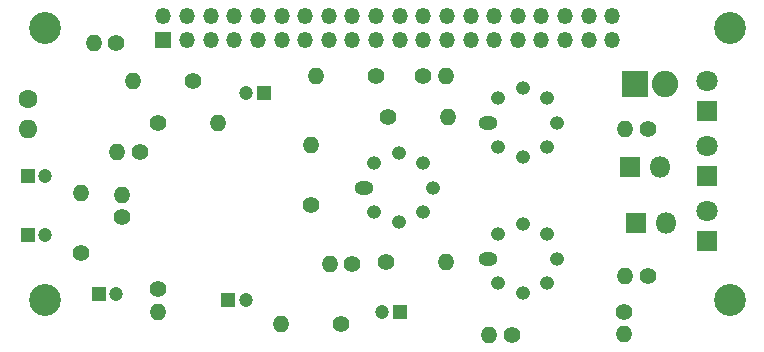
<source format=gbr>
%TF.GenerationSoftware,KiCad,Pcbnew,(5.1.10)-1*%
%TF.CreationDate,2021-06-16T23:55:04+02:00*%
%TF.ProjectId,_Final_EEE3088Project,5f46696e-616c-45f4-9545-453330383850,rev?*%
%TF.SameCoordinates,Original*%
%TF.FileFunction,Soldermask,Bot*%
%TF.FilePolarity,Negative*%
%FSLAX46Y46*%
G04 Gerber Fmt 4.6, Leading zero omitted, Abs format (unit mm)*
G04 Created by KiCad (PCBNEW (5.1.10)-1) date 2021-06-16 23:55:04*
%MOMM*%
%LPD*%
G01*
G04 APERTURE LIST*
%ADD10O,1.400000X1.400000*%
%ADD11C,1.400000*%
%ADD12C,1.200000*%
%ADD13R,1.200000X1.200000*%
%ADD14R,2.240000X2.240000*%
%ADD15O,2.240000X2.240000*%
%ADD16R,1.800000X1.800000*%
%ADD17O,1.800000X1.800000*%
%ADD18C,2.700000*%
%ADD19R,1.350000X1.350000*%
%ADD20O,1.350000X1.350000*%
%ADD21C,1.600000*%
%ADD22O,1.600000X1.600000*%
%ADD23C,1.800000*%
%ADD24O,1.600000X1.200000*%
%ADD25O,1.200000X1.200000*%
G04 APERTURE END LIST*
D10*
%TO.C,R5*%
X107720000Y-80200000D03*
D11*
X112800000Y-80200000D03*
%TD*%
%TO.C,R4*%
X109800000Y-83700000D03*
D10*
X114880000Y-83700000D03*
%TD*%
D12*
%TO.C,C1*%
X100300000Y-88200000D03*
D13*
X98800000Y-88200000D03*
%TD*%
%TO.C,C2*%
X115800000Y-98700000D03*
D12*
X117300000Y-98700000D03*
%TD*%
D13*
%TO.C,C3*%
X118800000Y-81200000D03*
D12*
X117300000Y-81200000D03*
%TD*%
%TO.C,C4*%
X100300000Y-93200000D03*
D13*
X98800000Y-93200000D03*
%TD*%
D12*
%TO.C,C5*%
X128800000Y-99700000D03*
D13*
X130300000Y-99700000D03*
%TD*%
%TO.C,C6*%
X104800000Y-98200000D03*
D12*
X106300000Y-98200000D03*
%TD*%
D14*
%TO.C,D1*%
X150260000Y-80450000D03*
D15*
X152800000Y-80450000D03*
%TD*%
D16*
%TO.C,D2*%
X149800000Y-87450000D03*
D17*
X152340000Y-87450000D03*
%TD*%
%TO.C,D3*%
X152840000Y-92200000D03*
D16*
X150300000Y-92200000D03*
%TD*%
D18*
%TO.C,H1*%
X158300000Y-98700000D03*
%TD*%
%TO.C,H2*%
X100300000Y-75700000D03*
%TD*%
%TO.C,H3*%
X100300000Y-98700000D03*
%TD*%
%TO.C,H4*%
X158300000Y-75700000D03*
%TD*%
D19*
%TO.C,J1*%
X110300000Y-76700000D03*
D20*
X110300000Y-74700000D03*
X112300000Y-76700000D03*
X112300000Y-74700000D03*
X114300000Y-76700000D03*
X114300000Y-74700000D03*
X116300000Y-76700000D03*
X116300000Y-74700000D03*
X118300000Y-76700000D03*
X118300000Y-74700000D03*
X120300000Y-76700000D03*
X120300000Y-74700000D03*
X122300000Y-76700000D03*
X122300000Y-74700000D03*
X124300000Y-76700000D03*
X124300000Y-74700000D03*
X126300000Y-76700000D03*
X126300000Y-74700000D03*
X128300000Y-76700000D03*
X128300000Y-74700000D03*
X130300000Y-76700000D03*
X130300000Y-74700000D03*
X132300000Y-76700000D03*
X132300000Y-74700000D03*
X134300000Y-76700000D03*
X134300000Y-74700000D03*
X136300000Y-76700000D03*
X136300000Y-74700000D03*
X138300000Y-76700000D03*
X138300000Y-74700000D03*
X140300000Y-76700000D03*
X140300000Y-74700000D03*
X142300000Y-76700000D03*
X142300000Y-74700000D03*
X144300000Y-76700000D03*
X144300000Y-74700000D03*
X146300000Y-76700000D03*
X146300000Y-74700000D03*
X148300000Y-76700000D03*
X148300000Y-74700000D03*
%TD*%
D21*
%TO.C,L1*%
X98800000Y-81700000D03*
D22*
X98800000Y-84240000D03*
%TD*%
D16*
%TO.C,LED1*%
X156300000Y-82700000D03*
D23*
X156300000Y-80160000D03*
%TD*%
%TO.C,LED2*%
X156300000Y-85660000D03*
D16*
X156300000Y-88200000D03*
%TD*%
%TO.C,LED3*%
X156300000Y-93700000D03*
D23*
X156300000Y-91160000D03*
%TD*%
D24*
%TO.C,OP1*%
X137800000Y-83700000D03*
D25*
X138655248Y-85764752D03*
X140720000Y-86620000D03*
X142784752Y-85764752D03*
X143640000Y-83700000D03*
X142784752Y-81635248D03*
X140720000Y-80780000D03*
X138655248Y-81635248D03*
%TD*%
%TO.C,OP2*%
X128155248Y-87135248D03*
X130220000Y-86280000D03*
X132284752Y-87135248D03*
X133140000Y-89200000D03*
X132284752Y-91264752D03*
X130220000Y-92120000D03*
X128155248Y-91264752D03*
D24*
X127300000Y-89200000D03*
%TD*%
%TO.C,OP3*%
X137800000Y-95200000D03*
D25*
X138655248Y-97264752D03*
X140720000Y-98120000D03*
X142784752Y-97264752D03*
X143640000Y-95200000D03*
X142784752Y-93135248D03*
X140720000Y-92280000D03*
X138655248Y-93135248D03*
%TD*%
D10*
%TO.C,R1*%
X104400000Y-76950000D03*
D11*
X106300000Y-76950000D03*
%TD*%
%TO.C,R2*%
X109800000Y-97800000D03*
D10*
X109800000Y-99700000D03*
%TD*%
D11*
%TO.C,R3*%
X108300000Y-86200000D03*
D10*
X106400000Y-86200000D03*
%TD*%
D11*
%TO.C,R6*%
X128300000Y-79700000D03*
D10*
X123220000Y-79700000D03*
%TD*%
D11*
%TO.C,R7*%
X125300000Y-100700000D03*
D10*
X120220000Y-100700000D03*
%TD*%
%TO.C,R8*%
X124400000Y-95700000D03*
D11*
X126300000Y-95700000D03*
%TD*%
D10*
%TO.C,R9*%
X106800000Y-89800000D03*
D11*
X106800000Y-91700000D03*
%TD*%
%TO.C,R10*%
X151300000Y-84200000D03*
D10*
X149400000Y-84200000D03*
%TD*%
D11*
%TO.C,R11*%
X132300000Y-79700000D03*
D10*
X134200000Y-79700000D03*
%TD*%
%TO.C,R12*%
X134380000Y-83200000D03*
D11*
X129300000Y-83200000D03*
%TD*%
D10*
%TO.C,R13*%
X103300000Y-89620000D03*
D11*
X103300000Y-94700000D03*
%TD*%
%TO.C,R14*%
X122800000Y-90700000D03*
D10*
X122800000Y-85620000D03*
%TD*%
%TO.C,R15*%
X134180000Y-95500000D03*
D11*
X129100000Y-95500000D03*
%TD*%
D10*
%TO.C,R16*%
X149400000Y-96700000D03*
D11*
X151300000Y-96700000D03*
%TD*%
D10*
%TO.C,R17*%
X137900000Y-101700000D03*
D11*
X139800000Y-101700000D03*
%TD*%
%TO.C,R18*%
X149300000Y-99700000D03*
D10*
X149300000Y-101600000D03*
%TD*%
M02*

</source>
